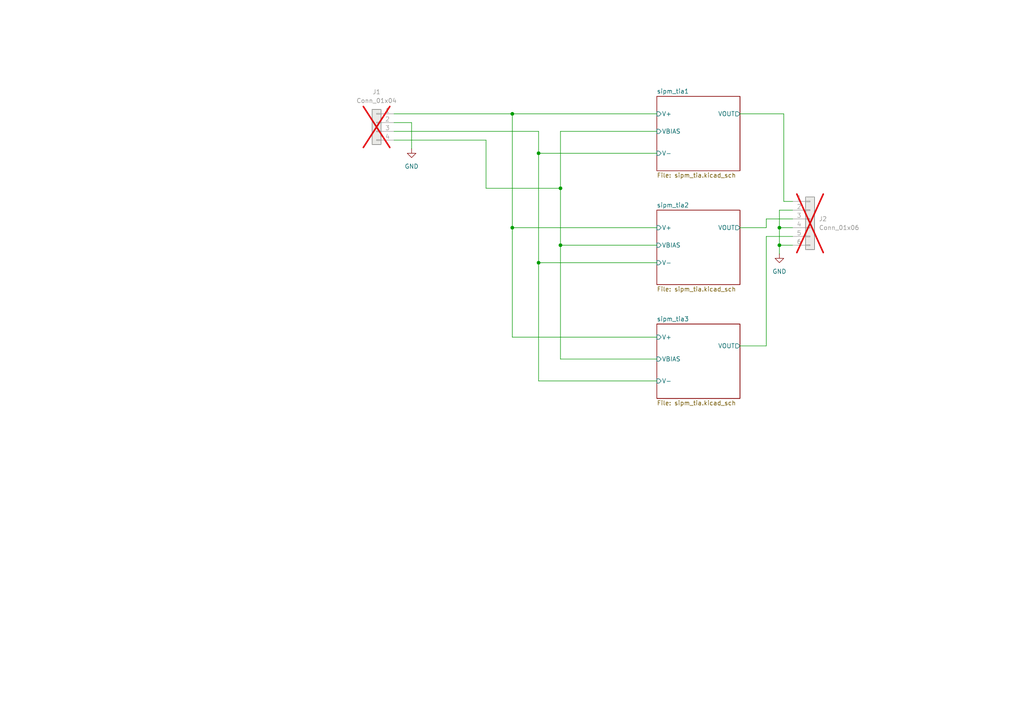
<source format=kicad_sch>
(kicad_sch (version 20231120) (generator "eeschema") (generator_version "8.0")
  (paper "A4")
  (lib_symbols
    (symbol "Connector_Generic:Conn_01x04" (pin_names (offset 1.016) hide)
      (property "Reference" "J" (at 0 5.08 0))
      (property "Value" "Conn_01x04" (at 0 -7.62 0))
      (symbol "Conn_01x04_1_1"
        (rectangle (start -1.27 -4.953) (end 0 -5.207) (stroke (width 0.1524)))
        (rectangle (start -1.27 -2.413) (end 0 -2.667) (stroke (width 0.1524)))
        (rectangle (start -1.27 0.127) (end 0 -0.127) (stroke (width 0.1524)))
        (rectangle (start -1.27 2.667) (end 0 2.413) (stroke (width 0.1524)))
        (rectangle (start -1.27 3.81) (end 1.27 -6.35) (stroke (width 0.254)) (fill (type background)))
        (pin passive line (at -5.08 2.54 0) (length 3.81) (name "Pin_1") (number "1"))
        (pin passive line (at -5.08 0 0) (length 3.81) (name "Pin_2") (number "2"))
        (pin passive line (at -5.08 -2.54 0) (length 3.81) (name "Pin_3") (number "3"))
        (pin passive line (at -5.08 -5.08 0) (length 3.81) (name "Pin_4") (number "4"))
      )
    )
    (symbol "Connector_Generic:Conn_01x06" (pin_names (offset 1.016) hide)
      (property "Reference" "J" (at 0 7.62 0))
      (property "Value" "Conn_01x06" (at 0 -10.16 0))
      (symbol "Conn_01x06_1_1"
        (rectangle (start -1.27 -7.493) (end 0 -7.747) (stroke (width 0.1524)))
        (rectangle (start -1.27 -4.953) (end 0 -5.207) (stroke (width 0.1524)))
        (rectangle (start -1.27 -2.413) (end 0 -2.667) (stroke (width 0.1524)))
        (rectangle (start -1.27 0.127) (end 0 -0.127) (stroke (width 0.1524)))
        (rectangle (start -1.27 2.667) (end 0 2.413) (stroke (width 0.1524)))
        (rectangle (start -1.27 5.207) (end 0 4.953) (stroke (width 0.1524)))
        (rectangle (start -1.27 6.35) (end 1.27 -8.89) (stroke (width 0.254)) (fill (type background)))
        (pin passive line (at -5.08 5.08 0) (length 3.81) (name "Pin_1") (number "1"))
        (pin passive line (at -5.08 2.54 0) (length 3.81) (name "Pin_2") (number "2"))
        (pin passive line (at -5.08 0 0) (length 3.81) (name "Pin_3") (number "3"))
        (pin passive line (at -5.08 -2.54 0) (length 3.81) (name "Pin_4") (number "4"))
        (pin passive line (at -5.08 -5.08 0) (length 3.81) (name "Pin_5") (number "5"))
        (pin passive line (at -5.08 -7.62 0) (length 3.81) (name "Pin_6") (number "6"))
      )
    )
    (symbol "power:GND" (power) (pin_numbers hide) (pin_names (offset 0) hide)
      (property "Value" "GND" (at 0 -3.81 0))
      (symbol "GND_0_1"
        (polyline (pts (xy 0 0) (xy 0 -1.27) (xy 1.27 -1.27) (xy 0 -2.54) (xy -1.27 -1.27) (xy 0 -1.27)))
      )
      (symbol "GND_1_1"
        (pin power_in line (at 0 0 270) (length 0) (name "~") (number "1"))
      )
    )
  )
  (junction (at 226.06 71.12))
  (junction (at 226.06 66.04))
  (junction (at 156.21 44.45))
  (junction (at 148.59 33.02))
  (junction (at 148.59 66.04))
  (junction (at 156.21 76.2))
  (junction (at 162.56 54.61))
  (junction (at 162.56 71.12))
  (wire (pts (xy 222.25 100.33) (xy 222.25 68.58)))
  (wire (pts (xy 162.56 71.12) (xy 190.5 71.12)))
  (wire (pts (xy 229.87 60.96) (xy 226.06 60.96)))
  (wire (pts (xy 190.5 104.14) (xy 162.56 104.14)))
  (wire (pts (xy 148.59 66.04) (xy 148.59 97.79)))
  (wire (pts (xy 156.21 44.45) (xy 156.21 76.2)))
  (wire (pts (xy 226.06 71.12) (xy 226.06 66.04)))
  (wire (pts (xy 227.33 58.42) (xy 229.87 58.42)))
  (wire (pts (xy 148.59 33.02) (xy 148.59 66.04)))
  (wire (pts (xy 162.56 104.14) (xy 162.56 71.12)))
  (wire (pts (xy 190.5 97.79) (xy 148.59 97.79)))
  (wire (pts (xy 148.59 33.02) (xy 190.5 33.02)))
  (wire (pts (xy 156.21 38.1) (xy 156.21 44.45)))
  (wire (pts (xy 222.25 63.5) (xy 229.87 63.5)))
  (wire (pts (xy 226.06 60.96) (xy 226.06 66.04)))
  (wire (pts (xy 214.63 66.04) (xy 222.25 66.04)))
  (wire (pts (xy 140.97 54.61) (xy 162.56 54.61)))
  (wire (pts (xy 140.97 40.64) (xy 140.97 54.61)))
  (wire (pts (xy 119.38 35.56) (xy 119.38 43.18)))
  (wire (pts (xy 226.06 66.04) (xy 229.87 66.04)))
  (wire (pts (xy 156.21 110.49) (xy 190.5 110.49)))
  (wire (pts (xy 162.56 54.61) (xy 162.56 71.12)))
  (wire (pts (xy 156.21 76.2) (xy 190.5 76.2)))
  (wire (pts (xy 214.63 100.33) (xy 222.25 100.33)))
  (wire (pts (xy 156.21 76.2) (xy 156.21 110.49)))
  (wire (pts (xy 214.63 33.02) (xy 227.33 33.02)))
  (wire (pts (xy 114.3 33.02) (xy 148.59 33.02)))
  (wire (pts (xy 227.33 33.02) (xy 227.33 58.42)))
  (wire (pts (xy 190.5 38.1) (xy 162.56 38.1)))
  (wire (pts (xy 162.56 38.1) (xy 162.56 54.61)))
  (wire (pts (xy 114.3 40.64) (xy 140.97 40.64)))
  (wire (pts (xy 226.06 71.12) (xy 226.06 73.66)))
  (wire (pts (xy 114.3 35.56) (xy 119.38 35.56)))
  (wire (pts (xy 222.25 66.04) (xy 222.25 63.5)))
  (wire (pts (xy 222.25 68.58) (xy 229.87 68.58)))
  (wire (pts (xy 190.5 44.45) (xy 156.21 44.45)))
  (wire (pts (xy 229.87 71.12) (xy 226.06 71.12)))
  (wire (pts (xy 148.59 66.04) (xy 190.5 66.04)))
  (wire (pts (xy 114.3 38.1) (xy 156.21 38.1)))
  (symbol (lib_id "power:GND") (at 119.38 43.18 0) (unit 1)
    (property "Reference" "#PWR016" (effects (hide yes)))
    (property "Value" "GND" (at 119.38 48.26 0))
    (property "Description" "Power symbol creates a global label with name \"GND\" , ground" (effects (hide yes)))
  )
  (symbol (lib_id "power:GND") (at 226.06 73.66 0) (unit 1)
    (property "Reference" "#PWR017" (effects (hide yes)))
    (property "Value" "GND" (at 226.06 78.74 0))
    (property "Description" "Power symbol creates a global label with name \"GND\" , ground" (effects (hide yes)))
  )
  (symbol (lib_id "Connector_Generic:Conn_01x04") (at 109.22 35.56 0) (mirror y) (unit 1) (on_board no) (dnp yes)
    (property "Reference" "J1" (at 109.22 26.67 0))
    (property "Value" "Conn_01x04" (at 109.22 29.21 0))
    (property "Footprint" "Connector_PinHeader_1.00mm:PinHeader_1x04_P1.00mm_Vertical" (effects (hide yes)))
    (property "Description" "Generic connector, single row, 01x04, script generated (kicad-library-utils/schlib/autogen/connector/)" (effects (hide yes)))
  )
  (symbol (lib_id "Connector_Generic:Conn_01x06") (at 234.95 63.5 0) (unit 1) (on_board no) (dnp yes)
    (property "Reference" "J2" (at 237.49 63.4999 0) (effects (justify left)))
    (property "Value" "Conn_01x06" (at 237.49 66.0399 0) (effects (justify left)))
    (property "Footprint" "Connector_PinHeader_1.00mm:PinHeader_1x06_P1.00mm_Vertical" (effects (hide yes)))
    (property "Description" "Generic connector, single row, 01x06, script generated (kicad-library-utils/schlib/autogen/connector/)" (effects (hide yes)))
  )
  (sheet (at 190.5 60.96) (size 24.13 21.59) (stroke (width 0.1524))
    (property "Sheetname" "sipm_tia2" (at 190.5 60.2484 0) (effects (justify left bottom)))
    (property "Sheetfile" "sipm_tia.kicad_sch" (at 190.5 83.1346 0) (effects (justify left top)))
    (pin "VOUT" output (at 214.63 66.04 0))
    (pin "V-" input (at 190.5 76.2 180))
    (pin "V+" input (at 190.5 66.04 180))
    (pin "VBIAS" input (at 190.5 71.12 180))
  )
  (sheet (at 190.5 27.94) (size 24.13 21.59) (stroke (width 0.1524))
    (property "Sheetname" "sipm_tia1" (at 190.5 27.2284 0) (effects (justify left bottom)))
    (property "Sheetfile" "sipm_tia.kicad_sch" (at 190.5 50.1146 0) (effects (justify left top)))
    (pin "VOUT" output (at 214.63 33.02 0))
    (pin "V-" input (at 190.5 44.45 180))
    (pin "V+" input (at 190.5 33.02 180))
    (pin "VBIAS" input (at 190.5 38.1 180))
  )
  (sheet (at 190.5 93.98) (size 24.13 21.59) (stroke (width 0.1524))
    (property "Sheetname" "sipm_tia3" (at 190.5 93.2684 0) (effects (justify left bottom)))
    (property "Sheetfile" "sipm_tia.kicad_sch" (at 190.5 116.1546 0) (effects (justify left top)))
    (pin "VOUT" output (at 214.63 100.33 0))
    (pin "V-" input (at 190.5 110.49 180))
    (pin "V+" input (at 190.5 97.79 180))
    (pin "VBIAS" input (at 190.5 104.14 180))
  )
)
</source>
